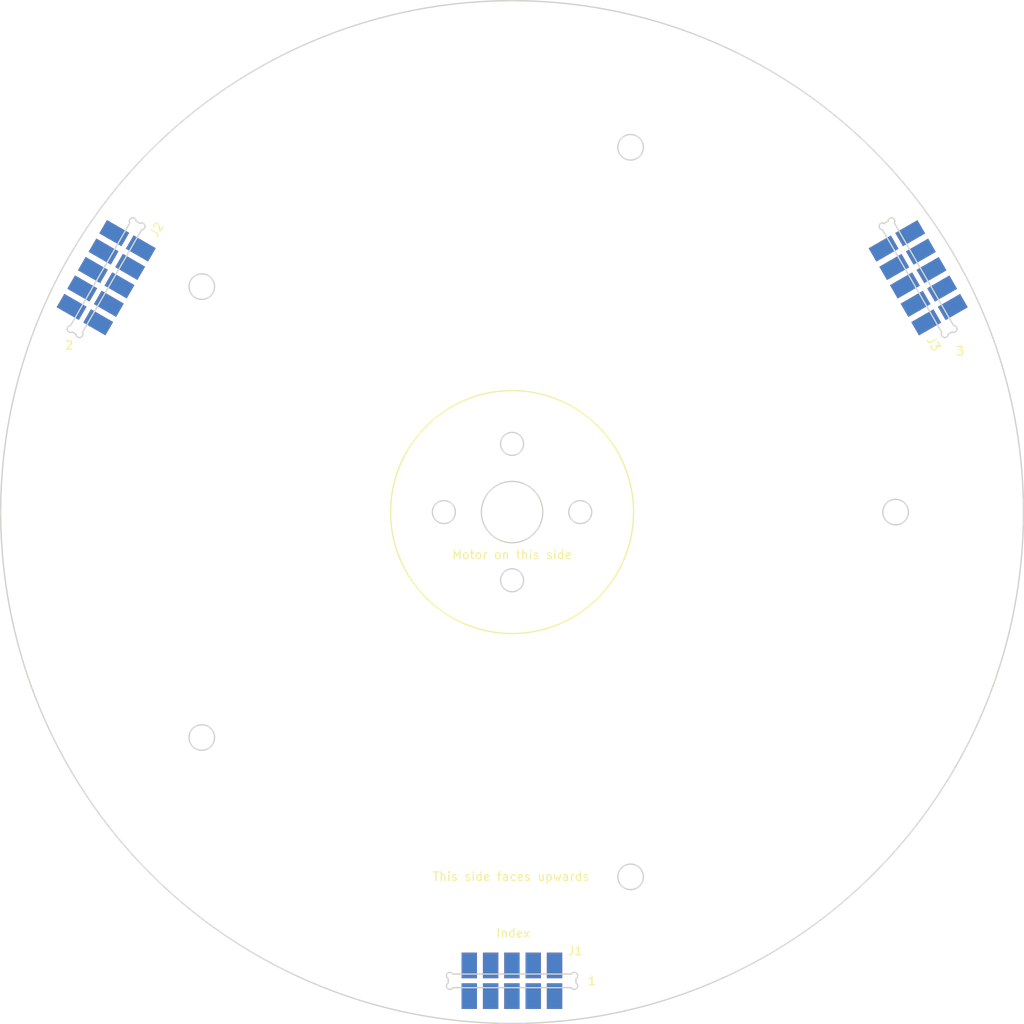
<source format=kicad_pcb>
(kicad_pcb (version 20200811) (host pcbnew "(5.99.0-2687-geae739d98)")

  (general
    (thickness 1.6)
    (drawings 42)
    (tracks 0)
    (modules 3)
    (nets 61)
  )

  (paper "A4")
  (layers
    (0 "F.Cu" signal)
    (31 "B.Cu" signal)
    (32 "B.Adhes" user)
    (33 "F.Adhes" user)
    (34 "B.Paste" user)
    (35 "F.Paste" user)
    (36 "B.SilkS" user)
    (37 "F.SilkS" user)
    (38 "B.Mask" user)
    (39 "F.Mask" user)
    (40 "Dwgs.User" user)
    (41 "Cmts.User" user)
    (42 "Eco1.User" user)
    (43 "Eco2.User" user)
    (44 "Edge.Cuts" user)
    (45 "Margin" user)
    (46 "B.CrtYd" user)
    (47 "F.CrtYd" user)
    (48 "B.Fab" user)
    (49 "F.Fab" user)
  )

  (setup
    (grid_origin 150 100)
    (pcbplotparams
      (layerselection 0x010fc_ffffffff)
      (usegerberextensions false)
      (usegerberattributes true)
      (usegerberadvancedattributes true)
      (creategerberjobfile true)
      (svguseinch false)
      (svgprecision 6)
      (excludeedgelayer true)
      (linewidth 0.100000)
      (plotframeref false)
      (viasonmask false)
      (mode 1)
      (useauxorigin false)
      (hpglpennumber 1)
      (hpglpenspeed 20)
      (hpglpendiameter 15.000000)
      (psnegative false)
      (psa4output false)
      (plotreference true)
      (plotvalue true)
      (plotinvisibletext false)
      (sketchpadsonfab false)
      (subtractmaskfromsilk false)
      (outputformat 1)
      (mirror false)
      (drillshape 1)
      (scaleselection 1)
      (outputdirectory "")
    )
  )

  (net 0 "")
  (net 1 "Net-(J1-Pad20)")
  (net 2 "Net-(J1-Pad19)")
  (net 3 "Net-(J1-Pad18)")
  (net 4 "Net-(J1-Pad17)")
  (net 5 "Net-(J1-Pad16)")
  (net 6 "Net-(J1-Pad15)")
  (net 7 "Net-(J1-Pad14)")
  (net 8 "Net-(J1-Pad13)")
  (net 9 "Net-(J1-Pad12)")
  (net 10 "Net-(J1-Pad11)")
  (net 11 "Net-(J1-Pad10)")
  (net 12 "Net-(J1-Pad9)")
  (net 13 "Net-(J1-Pad8)")
  (net 14 "Net-(J1-Pad7)")
  (net 15 "Net-(J1-Pad6)")
  (net 16 "Net-(J1-Pad5)")
  (net 17 "Net-(J1-Pad4)")
  (net 18 "Net-(J1-Pad3)")
  (net 19 "Net-(J1-Pad2)")
  (net 20 "Net-(J1-Pad1)")
  (net 21 "Net-(J2-Pad20)")
  (net 22 "Net-(J2-Pad19)")
  (net 23 "Net-(J2-Pad18)")
  (net 24 "Net-(J2-Pad17)")
  (net 25 "Net-(J2-Pad16)")
  (net 26 "Net-(J2-Pad15)")
  (net 27 "Net-(J2-Pad14)")
  (net 28 "Net-(J2-Pad13)")
  (net 29 "Net-(J2-Pad12)")
  (net 30 "Net-(J2-Pad11)")
  (net 31 "Net-(J2-Pad10)")
  (net 32 "Net-(J2-Pad9)")
  (net 33 "Net-(J2-Pad8)")
  (net 34 "Net-(J2-Pad7)")
  (net 35 "Net-(J2-Pad6)")
  (net 36 "Net-(J2-Pad5)")
  (net 37 "Net-(J2-Pad4)")
  (net 38 "Net-(J2-Pad3)")
  (net 39 "Net-(J2-Pad2)")
  (net 40 "Net-(J2-Pad1)")
  (net 41 "Net-(J3-Pad20)")
  (net 42 "Net-(J3-Pad19)")
  (net 43 "Net-(J3-Pad18)")
  (net 44 "Net-(J3-Pad17)")
  (net 45 "Net-(J3-Pad16)")
  (net 46 "Net-(J3-Pad15)")
  (net 47 "Net-(J3-Pad14)")
  (net 48 "Net-(J3-Pad13)")
  (net 49 "Net-(J3-Pad12)")
  (net 50 "Net-(J3-Pad11)")
  (net 51 "Net-(J3-Pad10)")
  (net 52 "Net-(J3-Pad9)")
  (net 53 "Net-(J3-Pad8)")
  (net 54 "Net-(J3-Pad7)")
  (net 55 "Net-(J3-Pad6)")
  (net 56 "Net-(J3-Pad5)")
  (net 57 "Net-(J3-Pad4)")
  (net 58 "Net-(J3-Pad3)")
  (net 59 "Net-(J3-Pad2)")
  (net 60 "Net-(J3-Pad1)")

  (module "common_footprints:15mm_base" (layer "F.Cu") (tedit 5F75A762) (tstamp 47e35ce8-8cde-45aa-9cfe-1267e6ac891f)
    (at 149.98 154.99)
    (path "/a56a8a68-3eb9-47fd-9b40-a271d9769e60")
    (fp_text reference "J1" (at 7.43 -3.51 unlocked) (layer "F.SilkS")
      (effects (font (size 1 1) (thickness 0.15)))
      (tstamp cde7aa2d-1709-4723-a809-698e0ce7d2d9)
    )
    (fp_text value "15mm_junction" (at 0 1 unlocked) (layer "F.Fab")
      (effects (font (size 1 1) (thickness 0.15)))
      (tstamp 8db56b44-6fa6-4e6f-8166-730d50561195)
    )
    (fp_rect (start -7.5 0.8) (end 7.5 -0.8) (layer "Dwgs.User") (width 0.1) (tstamp b139bd9c-fb49-426c-bdec-0ef471c865d1))
    (pad "1" smd rect (at -5 1.8) (size 1.8 3) (layers "F.Cu" "F.Mask")
      (net 20 "Net-(J1-Pad1)") (tstamp 3c03100c-e80a-48a4-a66c-818190891a32))
    (pad "2" smd rect (at -2.5 1.8) (size 1.8 3) (layers "F.Cu" "F.Mask")
      (net 19 "Net-(J1-Pad2)") (tstamp 054211a6-bcf2-46a7-8321-56e4b1ec2fc1))
    (pad "3" smd rect (at 0 1.8) (size 1.8 3) (layers "F.Cu" "F.Mask")
      (net 18 "Net-(J1-Pad3)") (tstamp 65a42e7f-1e40-403c-b4b5-387aa2888c4c))
    (pad "4" smd rect (at 2.5 1.8) (size 1.8 3) (layers "F.Cu" "F.Mask")
      (net 17 "Net-(J1-Pad4)") (tstamp 78a1f5ae-634c-4549-a6c7-c68b1fc64be2))
    (pad "5" smd rect (at 5 1.8) (size 1.8 3) (layers "F.Cu" "F.Mask")
      (net 16 "Net-(J1-Pad5)") (tstamp 6fc6ac4e-0268-493e-bc4d-c25d9f9b95fd))
    (pad "6" smd rect (at 5 -1.8) (size 1.8 3) (layers "F.Cu" "F.Mask")
      (net 15 "Net-(J1-Pad6)") (tstamp da71713f-3cd3-43cd-a22c-26822396eaaa))
    (pad "7" smd rect (at 2.5 -1.8) (size 1.8 3) (layers "F.Cu" "F.Mask")
      (net 14 "Net-(J1-Pad7)") (tstamp 645a258b-d42f-4810-a04f-dbe514671b9b))
    (pad "8" smd rect (at 0 -1.8) (size 1.8 3) (layers "F.Cu" "F.Mask")
      (net 13 "Net-(J1-Pad8)") (tstamp 8aac680c-857b-4f95-9d5d-69e114a896e3))
    (pad "9" smd rect (at -2.5 -1.8) (size 1.8 3) (layers "F.Cu" "F.Mask")
      (net 12 "Net-(J1-Pad9)") (tstamp 4e832736-a061-472b-869b-dfb345129107))
    (pad "10" smd rect (at -5 -1.8) (size 1.8 3) (layers "F.Cu" "F.Mask")
      (net 11 "Net-(J1-Pad10)") (tstamp 08212a57-775f-4776-8621-28b6a9d42da9))
    (pad "11" smd rect (at -5 1.8) (size 1.8 3) (layers "B.Cu" "B.Mask")
      (net 10 "Net-(J1-Pad11)") (solder_mask_margin 0.1) (tstamp 64d0d04f-8101-4c2b-a04c-fee36fe899c2))
    (pad "12" smd rect (at -2.5 1.8) (size 1.8 3) (layers "B.Cu" "B.Mask")
      (net 9 "Net-(J1-Pad12)") (solder_mask_margin 0.1) (tstamp 88a31677-b26b-4c0b-ada0-36f432127315))
    (pad "13" smd rect (at 0 1.8) (size 1.8 3) (layers "B.Cu" "B.Mask")
      (net 8 "Net-(J1-Pad13)") (solder_mask_margin 0.1) (tstamp ba589870-be99-4f8f-8824-0e744eab6f32))
    (pad "14" smd rect (at 2.5 1.8) (size 1.8 3) (layers "B.Cu" "B.Mask")
      (net 7 "Net-(J1-Pad14)") (solder_mask_margin 0.1) (tstamp 313c7ed2-63bd-435d-9fd0-63a19e759118))
    (pad "15" smd rect (at 5 1.8) (size 1.8 3) (layers "B.Cu" "B.Mask")
      (net 6 "Net-(J1-Pad15)") (solder_mask_margin 0.1) (tstamp dbcac4c5-fd5a-40c7-8254-a87dec6b36a4))
    (pad "16" smd rect (at 5 -1.8) (size 1.8 3) (layers "B.Cu" "B.Mask")
      (net 5 "Net-(J1-Pad16)") (solder_mask_margin 0.1) (tstamp a3e80e6b-4dbf-477f-be76-6b3124dc8805))
    (pad "17" smd rect (at 2.5 -1.8) (size 1.8 3) (layers "B.Cu" "B.Mask")
      (net 4 "Net-(J1-Pad17)") (solder_mask_margin 0.1) (tstamp 3ad98179-1f2b-4db0-8b4d-01f9f344954f))
    (pad "18" smd rect (at 0 -1.8) (size 1.8 3) (layers "B.Cu" "B.Mask")
      (net 3 "Net-(J1-Pad18)") (solder_mask_margin 0.1) (tstamp 3ae3b81a-1727-4d8a-a778-7993ce4c339f))
    (pad "19" smd rect (at -2.5 -1.8) (size 1.8 3) (layers "B.Cu" "B.Mask")
      (net 2 "Net-(J1-Pad19)") (solder_mask_margin 0.1) (tstamp ec2df55d-2164-4bd5-beea-95dc7effb384))
    (pad "20" smd rect (at -5 -1.8) (size 1.8 3) (layers "B.Cu" "B.Mask")
      (net 1 "Net-(J1-Pad20)") (solder_mask_margin 0.1) (tstamp f827cace-4bf0-40b6-8c92-b32a3548346c))
  )

  (module "common_footprints:15mm_base" (layer "F.Cu") (tedit 5F75A762) (tstamp 6aa9e5bb-8fef-4d90-9fd5-cc69e99f6d3d)
    (at 197.65 72.51 120)
    (path "/fb0bb324-bc42-42e5-ac43-48fa44dd28d8")
    (fp_text reference "J3" (at -7.620357 -2.321154 300 unlocked) (layer "F.SilkS")
      (effects (font (size 1 1) (thickness 0.15)))
      (tstamp 7c28aad3-c23d-4299-af02-fc80e13ada38)
    )
    (fp_text value "15mm_junction" (at 0 1 120 unlocked) (layer "F.Fab")
      (effects (font (size 1 1) (thickness 0.15)))
      (tstamp 4ecbfdf9-1b0b-4fa4-8cc0-e05e7dba5dac)
    )
    (fp_rect (start -7.5 0.8) (end 7.5 -0.8) (layer "Dwgs.User") (width 0.1) (tstamp de787f8f-ced1-47b0-ab61-14b5e6085203))
    (pad "1" smd rect (at -5 1.8 120) (size 1.8 3) (layers "F.Cu" "F.Mask")
      (net 60 "Net-(J3-Pad1)") (tstamp 88cebb2d-9a8b-4679-a693-3545939aa007))
    (pad "2" smd rect (at -2.5 1.8 120) (size 1.8 3) (layers "F.Cu" "F.Mask")
      (net 59 "Net-(J3-Pad2)") (tstamp 747c75a0-8a83-4787-8adf-20def92f4b6a))
    (pad "3" smd rect (at 0 1.8 120) (size 1.8 3) (layers "F.Cu" "F.Mask")
      (net 58 "Net-(J3-Pad3)") (tstamp 9e334194-aff0-4da3-8a89-68ad2721af02))
    (pad "4" smd rect (at 2.5 1.8 120) (size 1.8 3) (layers "F.Cu" "F.Mask")
      (net 57 "Net-(J3-Pad4)") (tstamp e7d76805-3aac-4531-8397-ecb039fec06e))
    (pad "5" smd rect (at 5 1.8 120) (size 1.8 3) (layers "F.Cu" "F.Mask")
      (net 56 "Net-(J3-Pad5)") (tstamp 181dcb45-6750-4b93-9b11-b5fd6310051b))
    (pad "6" smd rect (at 5 -1.8 120) (size 1.8 3) (layers "F.Cu" "F.Mask")
      (net 55 "Net-(J3-Pad6)") (tstamp 1b17e4fc-a09b-4488-8f8e-7458ccafda4c))
    (pad "7" smd rect (at 2.5 -1.8 120) (size 1.8 3) (layers "F.Cu" "F.Mask")
      (net 54 "Net-(J3-Pad7)") (tstamp 4323a721-e172-4eac-b91e-c5585f987fa5))
    (pad "8" smd rect (at 0 -1.8 120) (size 1.8 3) (layers "F.Cu" "F.Mask")
      (net 53 "Net-(J3-Pad8)") (tstamp 46e6e9fd-39a4-4755-adad-4dd5febfed40))
    (pad "9" smd rect (at -2.5 -1.8 120) (size 1.8 3) (layers "F.Cu" "F.Mask")
      (net 52 "Net-(J3-Pad9)") (tstamp cf333ab3-a5b2-43b6-bfaa-340534437c50))
    (pad "10" smd rect (at -5 -1.8 120) (size 1.8 3) (layers "F.Cu" "F.Mask")
      (net 51 "Net-(J3-Pad10)") (tstamp 0d27893a-6c8b-410a-a76d-beff58962ffa))
    (pad "11" smd rect (at -5 1.8 120) (size 1.8 3) (layers "B.Cu" "B.Mask")
      (net 50 "Net-(J3-Pad11)") (solder_mask_margin 0.1) (tstamp d14993af-7313-4493-8660-9bab882e18f8))
    (pad "12" smd rect (at -2.5 1.8 120) (size 1.8 3) (layers "B.Cu" "B.Mask")
      (net 49 "Net-(J3-Pad12)") (solder_mask_margin 0.1) (tstamp fc1179d9-26d6-4675-ba30-96ef46cd8cad))
    (pad "13" smd rect (at 0 1.8 120) (size 1.8 3) (layers "B.Cu" "B.Mask")
      (net 48 "Net-(J3-Pad13)") (solder_mask_margin 0.1) (tstamp a93a0973-195a-4742-b27f-743c1360174b))
    (pad "14" smd rect (at 2.5 1.8 120) (size 1.8 3) (layers "B.Cu" "B.Mask")
      (net 47 "Net-(J3-Pad14)") (solder_mask_margin 0.1) (tstamp f9d0b4db-86c2-4ae2-809c-47bdb26d0e66))
    (pad "15" smd rect (at 5 1.8 120) (size 1.8 3) (layers "B.Cu" "B.Mask")
      (net 46 "Net-(J3-Pad15)") (solder_mask_margin 0.1) (tstamp 85b8e04c-1287-47a6-a2e6-09de25ca774a))
    (pad "16" smd rect (at 5 -1.8 120) (size 1.8 3) (layers "B.Cu" "B.Mask")
      (net 45 "Net-(J3-Pad16)") (solder_mask_margin 0.1) (tstamp 7746bb64-18bb-43ae-9528-8ea2bd98d949))
    (pad "17" smd rect (at 2.5 -1.8 120) (size 1.8 3) (layers "B.Cu" "B.Mask")
      (net 44 "Net-(J3-Pad17)") (solder_mask_margin 0.1) (tstamp 4f4a21ff-bd5b-4d15-877d-65b123e675d1))
    (pad "18" smd rect (at 0 -1.8 120) (size 1.8 3) (layers "B.Cu" "B.Mask")
      (net 43 "Net-(J3-Pad18)") (solder_mask_margin 0.1) (tstamp e7bc0c1c-def0-4976-a900-3ea7df1f943d))
    (pad "19" smd rect (at -2.5 -1.8 120) (size 1.8 3) (layers "B.Cu" "B.Mask")
      (net 42 "Net-(J3-Pad19)") (solder_mask_margin 0.1) (tstamp aff52a40-4193-4745-b630-72cb05fac212))
    (pad "20" smd rect (at -5 -1.8 120) (size 1.8 3) (layers "B.Cu" "B.Mask")
      (net 41 "Net-(J3-Pad20)") (solder_mask_margin 0.1) (tstamp 7863ccae-e089-49e5-b937-441b6598c531))
  )

  (module "common_footprints:15mm_base" (layer "F.Cu") (tedit 5F75A762) (tstamp a2d1075b-c606-4357-a997-6aa6dc63e363)
    (at 102.38 72.5 -120)
    (path "/c0ce2bb8-f1ea-415c-a77e-282936069498")
    (fp_text reference "J2" (at -7.840723 -2.320531 60 unlocked) (layer "F.SilkS")
      (effects (font (size 1 1) (thickness 0.15)))
      (tstamp dbe99a42-8a45-4ccc-847b-7c6aec9ff0c2)
    )
    (fp_text value "15mm_junction" (at 0 1 -120 unlocked) (layer "F.Fab")
      (effects (font (size 1 1) (thickness 0.15)))
      (tstamp 45d29f69-2363-4d15-912c-ef581109ca74)
    )
    (fp_rect (start -7.5 0.8) (end 7.5 -0.8) (layer "Dwgs.User") (width 0.1) (tstamp 73a3ba06-91f7-46c7-8a3e-86f05dfc6136))
    (pad "1" smd rect (at -5 1.8 240) (size 1.8 3) (layers "F.Cu" "F.Mask")
      (net 40 "Net-(J2-Pad1)") (tstamp 13142bb1-cd91-467e-aedf-682032639973))
    (pad "2" smd rect (at -2.5 1.8 240) (size 1.8 3) (layers "F.Cu" "F.Mask")
      (net 39 "Net-(J2-Pad2)") (tstamp b4681234-2830-4308-acf8-eaf1df3e3c63))
    (pad "3" smd rect (at 0 1.8 240) (size 1.8 3) (layers "F.Cu" "F.Mask")
      (net 38 "Net-(J2-Pad3)") (tstamp 23a4da2b-c6b2-41e1-806c-1a3e5b15e1a1))
    (pad "4" smd rect (at 2.5 1.8 240) (size 1.8 3) (layers "F.Cu" "F.Mask")
      (net 37 "Net-(J2-Pad4)") (tstamp 7805d320-7120-46e6-bb16-169f3fab198b))
    (pad "5" smd rect (at 5 1.8 240) (size 1.8 3) (layers "F.Cu" "F.Mask")
      (net 36 "Net-(J2-Pad5)") (tstamp 474c356e-9f4b-4bad-8e5b-e39407637e09))
    (pad "6" smd rect (at 5 -1.8 240) (size 1.8 3) (layers "F.Cu" "F.Mask")
      (net 35 "Net-(J2-Pad6)") (tstamp 0e8def97-6262-433e-9e5a-b375bb382b41))
    (pad "7" smd rect (at 2.5 -1.8 240) (size 1.8 3) (layers "F.Cu" "F.Mask")
      (net 34 "Net-(J2-Pad7)") (tstamp 0f39c82e-7d57-438f-80c2-277e412cafad))
    (pad "8" smd rect (at 0 -1.8 240) (size 1.8 3) (layers "F.Cu" "F.Mask")
      (net 33 "Net-(J2-Pad8)") (tstamp 6001a12a-9184-408d-9a35-db93ea3dfc9c))
    (pad "9" smd rect (at -2.5 -1.8 240) (size 1.8 3) (layers "F.Cu" "F.Mask")
      (net 32 "Net-(J2-Pad9)") (tstamp e53daa65-fd90-4e69-8367-b987b82a7fb2))
    (pad "10" smd rect (at -5 -1.8 240) (size 1.8 3) (layers "F.Cu" "F.Mask")
      (net 31 "Net-(J2-Pad10)") (tstamp a1305747-f40b-4c5d-adf0-89f3d8972845))
    (pad "11" smd rect (at -5 1.8 240) (size 1.8 3) (layers "B.Cu" "B.Mask")
      (net 30 "Net-(J2-Pad11)") (solder_mask_margin 0.1) (tstamp 31a1f164-cfbb-4960-86d1-85f13e304c1f))
    (pad "12" smd rect (at -2.5 1.8 240) (size 1.8 3) (layers "B.Cu" "B.Mask")
      (net 29 "Net-(J2-Pad12)") (solder_mask_margin 0.1) (tstamp eb7f1f67-b77b-486b-9ea5-f04226e1d4e5))
    (pad "13" smd rect (at 0 1.8 240) (size 1.8 3) (layers "B.Cu" "B.Mask")
      (net 28 "Net-(J2-Pad13)") (solder_mask_margin 0.1) (tstamp 470cfccb-44a0-426d-a0bf-b086cffdce95))
    (pad "14" smd rect (at 2.5 1.8 240) (size 1.8 3) (layers "B.Cu" "B.Mask")
      (net 27 "Net-(J2-Pad14)") (solder_mask_margin 0.1) (tstamp 21af97d1-5425-46dd-801c-ddff0f3a51a5))
    (pad "15" smd rect (at 5 1.8 240) (size 1.8 3) (layers "B.Cu" "B.Mask")
      (net 26 "Net-(J2-Pad15)") (solder_mask_margin 0.1) (tstamp 6713f423-dc8b-42c8-87ae-dda089435e44))
    (pad "16" smd rect (at 5 -1.8 240) (size 1.8 3) (layers "B.Cu" "B.Mask")
      (net 25 "Net-(J2-Pad16)") (solder_mask_margin 0.1) (tstamp ece97853-cfc2-4113-806f-73684069f444))
    (pad "17" smd rect (at 2.5 -1.8 240) (size 1.8 3) (layers "B.Cu" "B.Mask")
      (net 24 "Net-(J2-Pad17)") (solder_mask_margin 0.1) (tstamp e363c58b-ae1c-4b33-b9ae-e49acd33f78b))
    (pad "18" smd rect (at 0 -1.8 240) (size 1.8 3) (layers "B.Cu" "B.Mask")
      (net 23 "Net-(J2-Pad18)") (solder_mask_margin 0.1) (tstamp 45ad0e6c-3dd5-4539-a1b4-e6bbea158198))
    (pad "19" smd rect (at -2.5 -1.8 240) (size 1.8 3) (layers "B.Cu" "B.Mask")
      (net 22 "Net-(J2-Pad19)") (solder_mask_margin 0.1) (tstamp e3acbe8e-a76f-42bf-9329-7341829677ba))
    (pad "20" smd rect (at -5 -1.8 240) (size 1.8 3) (layers "B.Cu" "B.Mask")
      (net 21 "Net-(J2-Pad20)") (solder_mask_margin 0.1) (tstamp 847b3234-47af-4116-b127-4cc8940243df))
  )

  (gr_circle (center 150 100) (end 164.25 100) (layer "F.SilkS") (width 0.15) (tstamp e76bc28f-385b-4af5-9e7a-5297ae0aa0ec))
  (gr_line (start 194.847 66.078) (end 201.801 78.122) (angle 90) (layer "Edge.Cuts") (width 0.16) (tstamp 0233c572-e782-41eb-b2cd-c726654a78e5))
  (gr_arc (start 142.7 155.6) (end 142.5 155.254) (angle -210) (layer "Edge.Cuts") (width 0.16) (tstamp 13e812be-7375-4ef4-8dc9-cb925d691f5e))
  (gr_arc (start 157.3 155.6) (end 156.954 155.8) (angle -210) (layer "Edge.Cuts") (width 0.16) (tstamp 179a2e33-1866-405e-a7f3-d2db11ca1caa))
  (gr_circle (center 113.594 126.45) (end 112.094 126.45) (layer "Edge.Cuts") (width 0.16) (tstamp 204b3c62-b4d4-49f9-bac3-5b775c286616))
  (gr_circle (center 195 100) (end 193.5 100) (layer "Edge.Cuts") (width 0.16) (tstamp 23dca265-25e0-4b3c-9cb7-adaf18160df3))
  (gr_line (start 157.5 154.746) (end 157.5 155.254) (angle 90) (layer "Edge.Cuts") (width 0.16) (tstamp 24a24031-a1bf-495a-9591-82f031dbf44a))
  (gr_line (start 98.838 79.122) (end 98.399 78.868) (angle 90) (layer "Edge.Cuts") (width 0.16) (tstamp 2ca2c4e2-eca8-441b-97c3-60a55a46f4cb))
  (gr_line (start 98.199 78.122) (end 105.153 66.078) (angle 90) (layer "Edge.Cuts") (width 0.16) (tstamp 3a21369d-3a5a-465f-b2fa-2563db7cbd3a))
  (gr_circle (center 150 108) (end 148.65 108) (layer "Edge.Cuts") (width 0.16) (tstamp 3f0148ac-f728-4fc5-9a44-46b08ce4ffbe))
  (gr_line (start 201.601 78.868) (end 201.162 79.122) (angle 90) (layer "Edge.Cuts") (width 0.16) (tstamp 494a4411-9fa7-48ba-947d-993f8b309098))
  (gr_circle (center 163.906 142.798) (end 162.406 142.798) (layer "Edge.Cuts") (width 0.16) (tstamp 55e2a501-8a6b-441d-9632-6cefe3bb75c1))
  (gr_arc (start 106.538 66.478) (end 106.538 66.878) (angle -210) (layer "Edge.Cuts") (width 0.16) (tstamp 58be097d-4ed8-48ba-885b-6a2100383b38))
  (gr_circle (center 150 100) (end 146.4 100) (layer "Edge.Cuts") (width 0.16) (tstamp 5b20c941-b603-490f-a287-5600d6aa8104))
  (gr_arc (start 157.3 154.4) (end 157.5 154.746) (angle -210) (layer "Edge.Cuts") (width 0.16) (tstamp 60cf58f6-a936-46f4-946f-2898815489ac))
  (gr_arc (start 98.199 78.522) (end 98.199 78.122) (angle -210) (layer "Edge.Cuts") (width 0.16) (tstamp 721f57c1-914a-4a65-a038-7526dbf56545))
  (gr_arc (start 105.499 65.878) (end 105.899 65.878) (angle -210) (layer "Edge.Cuts") (width 0.16) (tstamp 741bd418-5fc2-48b8-a33b-d2d5ef97c0f2))
  (gr_arc (start 142.7 154.4) (end 143.046 154.2) (angle -210) (layer "Edge.Cuts") (width 0.16) (tstamp 7977db11-9ff3-4fad-bfc6-729c9755199c))
  (gr_line (start 142.5 155.254) (end 142.5 154.746) (angle 90) (layer "Edge.Cuts") (width 0.16) (tstamp 7b3f2854-daff-45bc-89a1-77c35421ca3a))
  (gr_line (start 200.415 78.922) (end 193.462 66.878) (angle 90) (layer "Edge.Cuts") (width 0.16) (tstamp 921ec635-df6d-495b-8aca-44bc53928995))
  (gr_arc (start 200.762 79.122) (end 200.415 78.922) (angle -210) (layer "Edge.Cuts") (width 0.16) (tstamp 9281a1b6-f479-4899-b894-67aa8915380b))
  (gr_arc (start 99.238 79.122) (end 98.838 79.122) (angle -210) (layer "Edge.Cuts") (width 0.16) (tstamp 94449039-f391-47a4-bcbf-acd4d8306093))
  (gr_line (start 106.538 66.878) (end 99.585 78.922) (angle 90) (layer "Edge.Cuts") (width 0.16) (tstamp 9870e512-da68-4eb7-be74-2d826a129434))
  (gr_arc (start 194.501 65.878) (end 194.847 66.078) (angle -210) (layer "Edge.Cuts") (width 0.16) (tstamp 99129d42-716b-4b58-a201-2b917e2c045a))
  (gr_circle (center 163.906 57.202) (end 162.406 57.202) (layer "Edge.Cuts") (width 0.16) (tstamp a42fb73b-7456-451f-8faf-11468ea42a15))
  (gr_circle (center 158 100) (end 156.65 100) (layer "Edge.Cuts") (width 0.16) (tstamp ae6a62f9-d41d-4923-8731-db9ef247a936))
  (gr_circle (center 150 100) (end 90 100) (layer "Edge.Cuts") (width 0.16) (tstamp b17fc1d6-17cb-4346-87f2-65cc34259f4b))
  (gr_line (start 193.662 66.132) (end 194.101 65.878) (angle 90) (layer "Edge.Cuts") (width 0.16) (tstamp c264f9fd-7f88-4c7b-87df-944b391f459a))
  (gr_circle (center 113.594 73.55) (end 112.094 73.55) (layer "Edge.Cuts") (width 0.16) (tstamp c600085c-78f3-462c-a4fc-5e1bc372d8a5))
  (gr_line (start 143.046 154.2) (end 156.954 154.2) (angle 90) (layer "Edge.Cuts") (width 0.16) (tstamp c942a0cc-e750-4344-8627-035c1b6403c5))
  (gr_circle (center 150 92) (end 148.65 92) (layer "Edge.Cuts") (width 0.16) (tstamp ccebbde5-ed58-4217-af35-c6c6ed282cb0))
  (gr_arc (start 201.801 78.522) (end 201.601 78.868) (angle -210) (layer "Edge.Cuts") (width 0.16) (tstamp de336f7c-7bad-4354-b0e5-66d7aebc8b1f))
  (gr_arc (start 193.462 66.478) (end 193.662 66.132) (angle -210) (layer "Edge.Cuts") (width 0.16) (tstamp f3520b03-c2d7-4d8a-8a82-c80060a4ea01))
  (gr_circle (center 142 100) (end 140.65 100) (layer "Edge.Cuts") (width 0.16) (tstamp f3d196a6-823b-4baa-9cf3-62b112a8c0a7))
  (gr_line (start 156.954 155.8) (end 143.046 155.8) (angle 90) (layer "Edge.Cuts") (width 0.16) (tstamp fc67a8f8-c15d-4d7a-a020-bff3e32cb072))
  (gr_line (start 105.899 65.878) (end 106.338 66.132) (angle 90) (layer "Edge.Cuts") (width 0.16) (tstamp ffb1c7dc-3fda-47fe-8801-f8c1d616d899))
  (gr_text "2" (at 98.02 80.43) (layer "F.SilkS") (tstamp 25d69429-ea67-4318-b62a-719248ea8c91)
    (effects (font (size 1 1) (thickness 0.15)))
  )
  (gr_text "Motor on this side" (at 150 105) (layer "F.SilkS") (tstamp 4e5b2ecc-7501-49e3-9776-7a7614060580)
    (effects (font (size 1 1) (thickness 0.15)))
  )
  (gr_text "3" (at 202.6 81.12) (layer "F.SilkS") (tstamp 529afda4-4d35-4f89-8a66-c4021965875b)
    (effects (font (size 1 1) (thickness 0.15)))
  )
  (gr_text "Index" (at 150.13 149.41) (layer "F.SilkS") (tstamp 5c7af5da-4b78-481e-b1fc-6d6e45d5a2cf)
    (effects (font (size 1 1) (thickness 0.15)))
  )
  (gr_text "This side faces upwards" (at 149.88 142.76) (layer "F.SilkS") (tstamp c0d0ecde-48c1-4f06-bf4c-f0973a3ff017)
    (effects (font (size 1 1) (thickness 0.15)))
  )
  (gr_text "1" (at 159.37 154.99) (layer "F.SilkS") (tstamp e254a098-ce5a-4c77-aa67-1b0d797c060a)
    (effects (font (size 1 1) (thickness 0.15)))
  )

)

</source>
